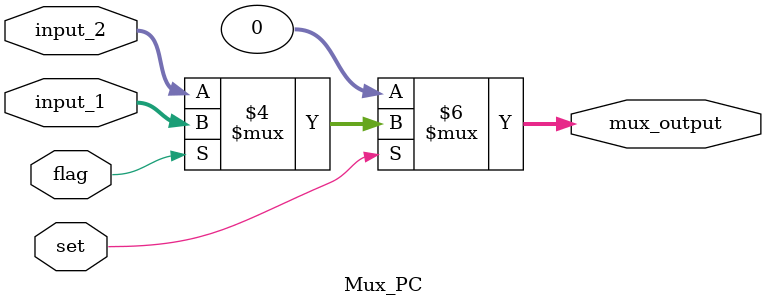
<source format=v>
module Mux_PC(input_1, input_2, set, flag, mux_output);
	input [31:0] input_1, input_2;
	input flag, set;
	output reg [31:0] mux_output;
	
	always @ (*) begin
		if (set) begin 
			if (flag) begin
				mux_output <= input_1;
			end
			else begin
				mux_output <= input_2;
			end
		end
		else begin
			mux_output <= 32'b00000000000000000000000000000000;
		end
	end 
endmodule	
</source>
